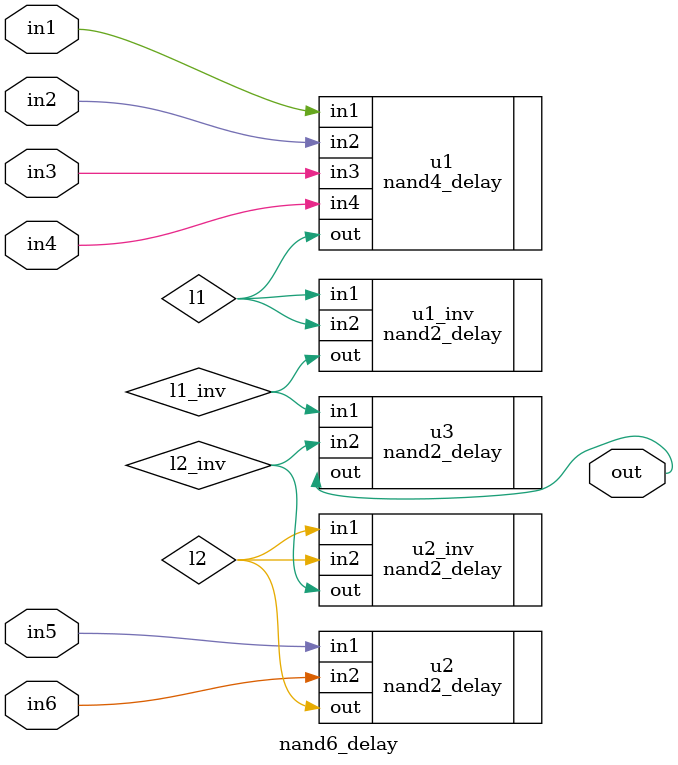
<source format=sv>
module nand6_delay(
    input logic in1,
    input logic in2,
    input logic in3,
    input logic in4,
    input logic in5,
    input logic in6,
    output logic out
);

logic l1, l1_inv, l2, l2_inv;

nand4_delay u1 (
    .in1(in1),
    .in2(in2),
    .in3(in3),
    .in4(in4),
    .out(l1)
);

nand2_delay u1_inv(
    .in1(l1),
    .in2(l1),
    .out(l1_inv)
);

nand2_delay u2 (
    .in1(in5),
    .in2(in6),
    .out(l2)
);

nand2_delay u2_inv(
    .in1(l2),
    .in2(l2),
    .out(l2_inv)
);

nand2_delay u3 (
    .in1(l1_inv),
    .in2(l2_inv),
    .out(out)
);

endmodule
</source>
